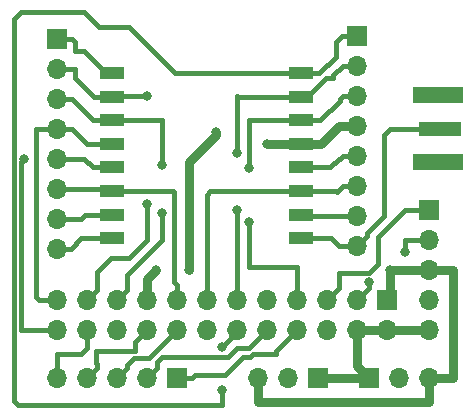
<source format=gtl>
G04 #@! TF.GenerationSoftware,KiCad,Pcbnew,8.0.8*
G04 #@! TF.CreationDate,2025-03-21T12:20:43+00:00*
G04 #@! TF.ProjectId,RFM95W-pcb01,52464d39-3557-42d7-9063-6230312e6b69,rev?*
G04 #@! TF.SameCoordinates,Original*
G04 #@! TF.FileFunction,Copper,L1,Top*
G04 #@! TF.FilePolarity,Positive*
%FSLAX46Y46*%
G04 Gerber Fmt 4.6, Leading zero omitted, Abs format (unit mm)*
G04 Created by KiCad (PCBNEW 8.0.8) date 2025-03-21 12:20:43*
%MOMM*%
%LPD*%
G01*
G04 APERTURE LIST*
G04 #@! TA.AperFunction,ComponentPad*
%ADD10O,1.700000X1.700000*%
G04 #@! TD*
G04 #@! TA.AperFunction,ComponentPad*
%ADD11R,1.700000X1.700000*%
G04 #@! TD*
G04 #@! TA.AperFunction,SMDPad,CuDef*
%ADD12R,3.600000X1.270000*%
G04 #@! TD*
G04 #@! TA.AperFunction,SMDPad,CuDef*
%ADD13R,4.200000X1.350000*%
G04 #@! TD*
G04 #@! TA.AperFunction,SMDPad,CuDef*
%ADD14R,2.000000X1.000000*%
G04 #@! TD*
G04 #@! TA.AperFunction,ViaPad*
%ADD15C,0.800000*%
G04 #@! TD*
G04 #@! TA.AperFunction,Conductor*
%ADD16C,0.400000*%
G04 #@! TD*
G04 #@! TA.AperFunction,Conductor*
%ADD17C,0.800000*%
G04 #@! TD*
G04 APERTURE END LIST*
D10*
X141224000Y-52832000D03*
X141224000Y-50292000D03*
X143764000Y-52832000D03*
X143764000Y-50292000D03*
X146304000Y-52832000D03*
X146304000Y-50292000D03*
X148844000Y-52832000D03*
X148844000Y-50292000D03*
X151384000Y-52832000D03*
X151384000Y-50292000D03*
X153924000Y-52832000D03*
X153924000Y-50292000D03*
X156464000Y-52832000D03*
X156464000Y-50292000D03*
X159004000Y-52832000D03*
X159004000Y-50292000D03*
X161544000Y-52832000D03*
X161544000Y-50292000D03*
X164084000Y-52832000D03*
X164084000Y-50292000D03*
X166624000Y-52832000D03*
X166624000Y-50292000D03*
X169164000Y-52832000D03*
D11*
X169164000Y-50292000D03*
D10*
X172720000Y-52832000D03*
X172720000Y-50292000D03*
X172720000Y-47752000D03*
X172720000Y-45212000D03*
D11*
X172720000Y-42672000D03*
D10*
X141224000Y-56896000D03*
X143764000Y-56896000D03*
X146304000Y-56896000D03*
X148844000Y-56896000D03*
D11*
X151384000Y-56896000D03*
D10*
X172720000Y-56896000D03*
X170180000Y-56896000D03*
D11*
X167640000Y-56896000D03*
D10*
X158242000Y-56896000D03*
X160782000Y-56896000D03*
D11*
X163322000Y-56896000D03*
D10*
X141224000Y-45974000D03*
X141224000Y-43434000D03*
X141224000Y-40894000D03*
X141224000Y-38354000D03*
X141224000Y-35814000D03*
X141224000Y-33274000D03*
X141224000Y-30734000D03*
D11*
X141224000Y-28194000D03*
D10*
X166624000Y-45720000D03*
X166624000Y-43180000D03*
X166624000Y-40640000D03*
X166624000Y-38100000D03*
X166624000Y-35560000D03*
X166624000Y-33020000D03*
X166624000Y-30480000D03*
D11*
X166624000Y-27940000D03*
D12*
X173682000Y-35814000D03*
D13*
X173482000Y-32989000D03*
X173482000Y-38639000D03*
D14*
X145924000Y-31100000D03*
X145924000Y-33100000D03*
X145924000Y-35100000D03*
X145924000Y-37100000D03*
X145924000Y-39100000D03*
X145924000Y-41100000D03*
X145924000Y-43100000D03*
X145924000Y-45100000D03*
X161924000Y-45100000D03*
X161924000Y-43100000D03*
X161924000Y-41100000D03*
X161924000Y-39100000D03*
X161924000Y-37100000D03*
X161924000Y-35100000D03*
X161924000Y-33100000D03*
X161924000Y-31100000D03*
D15*
X138430000Y-38354000D03*
X148844000Y-42164000D03*
X148844000Y-33020000D03*
X150114000Y-42926000D03*
X150114000Y-38862000D03*
X155194000Y-54318000D03*
X155194000Y-57912000D03*
X156464000Y-42672000D03*
X156464000Y-37846000D03*
X157480000Y-43688000D03*
X157480000Y-39116000D03*
X170688000Y-46228000D03*
X167640000Y-48806000D03*
X149606000Y-47752000D03*
X152400000Y-47752000D03*
X154686000Y-36068000D03*
X159004000Y-37084000D03*
X169418000Y-47752000D03*
D16*
X144256000Y-39100000D02*
X145924000Y-39100000D01*
X141224000Y-38354000D02*
X143510000Y-38354000D01*
X143510000Y-38354000D02*
X144256000Y-39100000D01*
X141224000Y-52832000D02*
X138176000Y-52832000D01*
X138176000Y-52832000D02*
X138176000Y-38608000D01*
X138176000Y-38608000D02*
X138430000Y-38354000D01*
X143780000Y-37100000D02*
X145924000Y-37100000D01*
X141224000Y-35814000D02*
X142494000Y-35814000D01*
X142494000Y-35814000D02*
X143780000Y-37100000D01*
X139446000Y-35814000D02*
X141224000Y-35814000D01*
X139446000Y-50038000D02*
X139446000Y-35814000D01*
X141224000Y-50292000D02*
X139700000Y-50292000D01*
X139700000Y-50292000D02*
X139446000Y-50038000D01*
X141224000Y-56896000D02*
X141224000Y-54864000D01*
X141224000Y-54864000D02*
X143256000Y-54864000D01*
X143764000Y-54356000D02*
X143764000Y-52832000D01*
X143256000Y-54864000D02*
X143764000Y-54356000D01*
X141224000Y-30734000D02*
X142748000Y-30734000D01*
X142748000Y-30734000D02*
X142748000Y-31496000D01*
X144352000Y-33100000D02*
X145924000Y-33100000D01*
X142748000Y-31496000D02*
X144352000Y-33100000D01*
X144613999Y-49442001D02*
X144613999Y-47918001D01*
X143764000Y-50292000D02*
X144613999Y-49442001D01*
X144613999Y-47918001D02*
X145796000Y-46736000D01*
X145796000Y-46736000D02*
X147320000Y-46736000D01*
X147320000Y-46736000D02*
X148844000Y-45212000D01*
X148844000Y-45212000D02*
X148844000Y-42164000D01*
X146004000Y-33020000D02*
X145924000Y-33100000D01*
X148844000Y-33020000D02*
X146004000Y-33020000D01*
X144320000Y-35100000D02*
X145924000Y-35100000D01*
X141224000Y-33274000D02*
X142494000Y-33274000D01*
X142494000Y-33274000D02*
X144320000Y-35100000D01*
X147153999Y-49442001D02*
X147153999Y-48172001D01*
X146304000Y-50292000D02*
X147153999Y-49442001D01*
X147153999Y-48172001D02*
X150114000Y-45212000D01*
X150114000Y-45212000D02*
X150114000Y-42926000D01*
X150114000Y-38862000D02*
X150114000Y-35052000D01*
X150066000Y-35100000D02*
X145924000Y-35100000D01*
X150114000Y-35052000D02*
X150066000Y-35100000D01*
X144613999Y-56046001D02*
X144613999Y-55713999D01*
X143764000Y-56896000D02*
X144613999Y-56046001D01*
X144613999Y-55713999D02*
X144526000Y-55626000D01*
X144526000Y-55626000D02*
X144526000Y-54610000D01*
X144526000Y-54610000D02*
X147828000Y-54610000D01*
X147828000Y-53848000D02*
X148844000Y-52832000D01*
X147828000Y-54610000D02*
X147828000Y-53848000D01*
X149005990Y-55210010D02*
X151384000Y-52832000D01*
X147735990Y-55210010D02*
X149005990Y-55210010D01*
X147153999Y-55792001D02*
X147735990Y-55210010D01*
X146304000Y-56896000D02*
X147153999Y-56046001D01*
X147153999Y-56046001D02*
X147153999Y-55792001D01*
X145718000Y-40894000D02*
X145924000Y-41100000D01*
X141224000Y-40894000D02*
X145718000Y-40894000D01*
X151384000Y-49089919D02*
X151130000Y-48835919D01*
X151384000Y-50292000D02*
X151384000Y-49089919D01*
X151130000Y-48835919D02*
X151130000Y-41148000D01*
X151082000Y-41100000D02*
X145924000Y-41100000D01*
X151130000Y-41148000D02*
X151082000Y-41100000D01*
X165421919Y-40640000D02*
X164913919Y-41148000D01*
X166624000Y-40640000D02*
X165421919Y-40640000D01*
X164865919Y-41100000D02*
X161924000Y-41100000D01*
X164913919Y-41148000D02*
X164865919Y-41100000D01*
X153924000Y-50292000D02*
X153924000Y-41402000D01*
X154226000Y-41100000D02*
X161924000Y-41100000D01*
X153924000Y-41402000D02*
X154226000Y-41100000D01*
X165374000Y-27940000D02*
X164846000Y-28468000D01*
X166624000Y-27940000D02*
X165374000Y-27940000D01*
X164846000Y-28468000D02*
X164846000Y-29718000D01*
X163464000Y-31100000D02*
X161924000Y-31100000D01*
X164846000Y-29718000D02*
X163464000Y-31100000D01*
X156464000Y-52832000D02*
X156464000Y-53048000D01*
X156464000Y-53048000D02*
X155194000Y-54318000D01*
X151242000Y-31100000D02*
X161924000Y-31100000D01*
X147320000Y-27178000D02*
X151242000Y-31100000D01*
X144780000Y-27178000D02*
X147320000Y-27178000D01*
X155194000Y-59182000D02*
X137922000Y-59182000D01*
X155194000Y-57912000D02*
X155194000Y-59182000D01*
X137922000Y-59182000D02*
X137575990Y-58835990D01*
X143510000Y-25908000D02*
X144780000Y-27178000D01*
X137575990Y-58835990D02*
X137575990Y-26508010D01*
X137575990Y-26508010D02*
X138176000Y-25908000D01*
X138176000Y-25908000D02*
X143510000Y-25908000D01*
X165421919Y-30480000D02*
X164592000Y-31309919D01*
X166624000Y-30480000D02*
X165421919Y-30480000D01*
X164592000Y-31309919D02*
X164592000Y-31496000D01*
X162424000Y-33100000D02*
X161924000Y-33100000D01*
X164028000Y-31496000D02*
X162424000Y-33100000D01*
X164592000Y-31496000D02*
X164028000Y-31496000D01*
X156464000Y-50292000D02*
X156464000Y-42672000D01*
X156464000Y-37846000D02*
X156464000Y-33020000D01*
X156544000Y-33100000D02*
X161924000Y-33100000D01*
X156464000Y-33020000D02*
X156544000Y-33100000D01*
X149693999Y-56046001D02*
X149693999Y-55538001D01*
X148844000Y-56896000D02*
X149693999Y-56046001D01*
X149693999Y-55538001D02*
X150114000Y-55118000D01*
X150114000Y-55118000D02*
X155702000Y-55118000D01*
X155702000Y-55118000D02*
X156464000Y-54356000D01*
X157480000Y-54356000D02*
X159004000Y-52832000D01*
X156464000Y-54356000D02*
X157480000Y-54356000D01*
X152634000Y-56896000D02*
X152888000Y-56642000D01*
X151384000Y-56896000D02*
X152634000Y-56896000D01*
X152888000Y-56642000D02*
X155448000Y-56642000D01*
X155448000Y-56642000D02*
X156972000Y-55118000D01*
X157566542Y-55118000D02*
X157820542Y-54864000D01*
X156972000Y-55118000D02*
X157566542Y-55118000D01*
X157820542Y-54864000D02*
X159766000Y-54864000D01*
X159766000Y-54610000D02*
X161544000Y-52832000D01*
X159766000Y-54864000D02*
X159766000Y-54610000D01*
X165421919Y-33020000D02*
X165167919Y-33274000D01*
X166624000Y-33020000D02*
X165421919Y-33020000D01*
X165167919Y-33274000D02*
X165167919Y-33460081D01*
X163528000Y-35100000D02*
X161924000Y-35100000D01*
X165167919Y-33460081D02*
X163528000Y-35100000D01*
X161544000Y-50292000D02*
X161544000Y-47498000D01*
X161544000Y-47498000D02*
X157480000Y-47498000D01*
X157480000Y-47498000D02*
X157480000Y-43688000D01*
X157480000Y-39116000D02*
X157480000Y-35052000D01*
X157528000Y-35100000D02*
X161924000Y-35100000D01*
X157480000Y-35052000D02*
X157528000Y-35100000D01*
X165100000Y-49276000D02*
X164084000Y-50292000D01*
X170688000Y-42672000D02*
X168402000Y-44958000D01*
X172720000Y-42672000D02*
X170688000Y-42672000D01*
X168402000Y-44958000D02*
X168402000Y-47244000D01*
X167640000Y-48006000D02*
X165100000Y-48006000D01*
X168402000Y-47244000D02*
X167640000Y-48006000D01*
X165100000Y-48006000D02*
X165100000Y-49276000D01*
X172720000Y-45212000D02*
X170688000Y-45212000D01*
X170688000Y-45212000D02*
X170688000Y-46228000D01*
X167640000Y-49276000D02*
X166624000Y-50292000D01*
X167640000Y-48806000D02*
X167640000Y-49276000D01*
X166624000Y-45720000D02*
X165100000Y-45720000D01*
X164480000Y-45100000D02*
X161924000Y-45100000D01*
X165100000Y-45720000D02*
X164480000Y-45100000D01*
X167473999Y-44870001D02*
X167473999Y-44616001D01*
X166624000Y-45720000D02*
X167473999Y-44870001D01*
X167473999Y-44616001D02*
X168910000Y-43180000D01*
X168910000Y-43180000D02*
X168910000Y-36322000D01*
X169418000Y-35814000D02*
X172666000Y-35814000D01*
X168910000Y-36322000D02*
X169418000Y-35814000D01*
X141224000Y-43434000D02*
X143256000Y-43434000D01*
X143590000Y-43100000D02*
X145924000Y-43100000D01*
X143256000Y-43434000D02*
X143590000Y-43100000D01*
X165421919Y-38100000D02*
X165167919Y-38354000D01*
X166624000Y-38100000D02*
X165421919Y-38100000D01*
X165167919Y-38354000D02*
X165100000Y-38354000D01*
X164354000Y-39100000D02*
X161924000Y-39100000D01*
X165100000Y-38354000D02*
X164354000Y-39100000D01*
D17*
X163560000Y-37100000D02*
X161924000Y-37100000D01*
X166624000Y-35560000D02*
X165100000Y-35560000D01*
X165100000Y-35560000D02*
X163560000Y-37100000D01*
X148844000Y-50292000D02*
X148844000Y-48514000D01*
X148844000Y-48514000D02*
X149606000Y-47752000D01*
X152400000Y-47752000D02*
X152400000Y-47186315D01*
X152400000Y-47186315D02*
X152400000Y-38608000D01*
X152400000Y-38608000D02*
X154686000Y-36322000D01*
X154686000Y-36322000D02*
X154686000Y-36068000D01*
X161908000Y-37084000D02*
X161924000Y-37100000D01*
X159004000Y-37084000D02*
X161908000Y-37084000D01*
X169418000Y-50038000D02*
X169164000Y-50292000D01*
X169418000Y-47752000D02*
X169418000Y-50038000D01*
X172720000Y-47752000D02*
X169418000Y-47752000D01*
X172720000Y-47752000D02*
X174752000Y-47752000D01*
X174752000Y-47752000D02*
X174752000Y-56896000D01*
X174752000Y-56896000D02*
X172720000Y-56896000D01*
X172720000Y-56896000D02*
X172720000Y-58928000D01*
X172720000Y-58928000D02*
X158242000Y-58928000D01*
X158242000Y-58928000D02*
X158242000Y-56896000D01*
D16*
X142474000Y-28194000D02*
X142748000Y-28468000D01*
X141224000Y-28194000D02*
X142474000Y-28194000D01*
X142748000Y-28468000D02*
X142748000Y-29210000D01*
X145424000Y-31100000D02*
X145924000Y-31100000D01*
X143534000Y-29210000D02*
X145424000Y-31100000D01*
X142748000Y-29210000D02*
X143534000Y-29210000D01*
X143300081Y-45100000D02*
X145924000Y-45100000D01*
X141224000Y-45974000D02*
X142426081Y-45974000D01*
X142426081Y-45974000D02*
X143300081Y-45100000D01*
X162004000Y-43180000D02*
X161924000Y-43100000D01*
X166624000Y-43180000D02*
X162004000Y-43180000D01*
D17*
X166624000Y-52832000D02*
X169164000Y-52832000D01*
X172720000Y-52832000D02*
X169164000Y-52832000D01*
X166624000Y-55880000D02*
X167640000Y-56896000D01*
X166624000Y-52832000D02*
X166624000Y-55880000D01*
X167640000Y-56896000D02*
X163322000Y-56896000D01*
M02*

</source>
